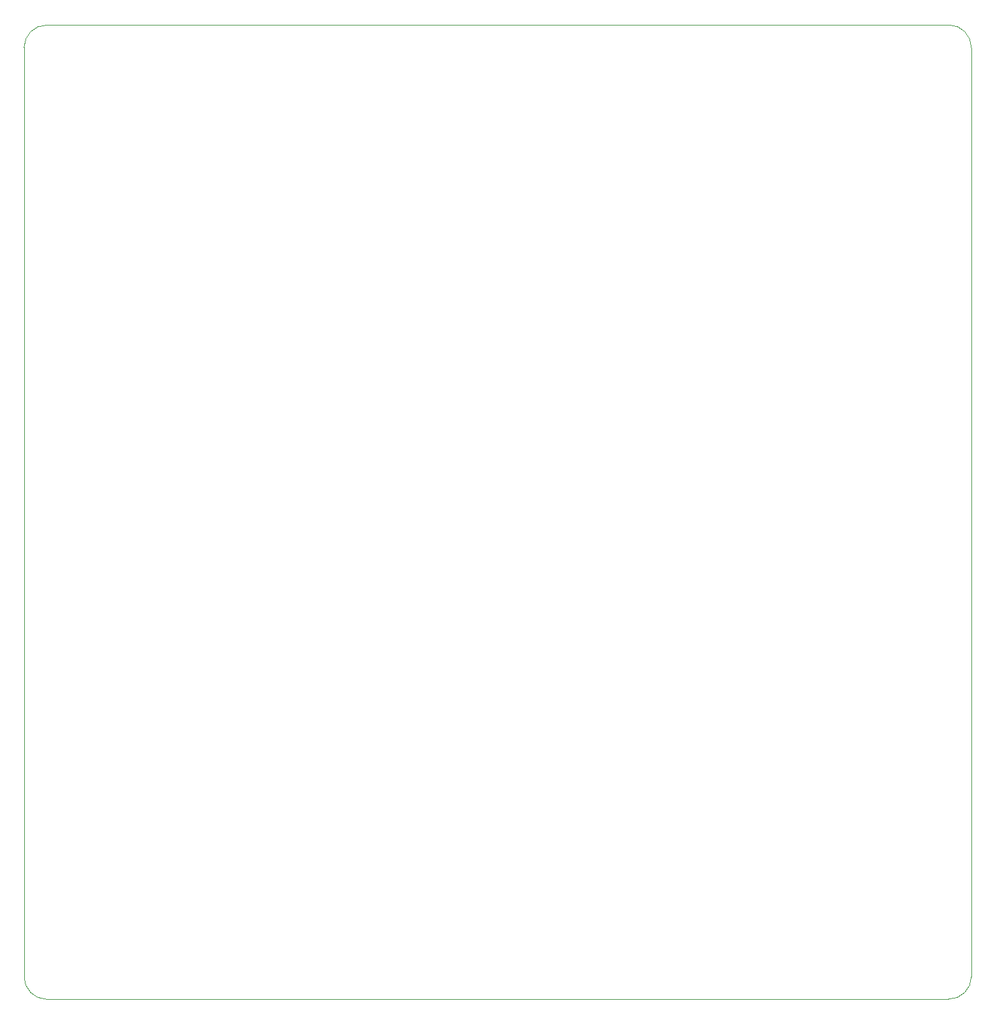
<source format=gbr>
%TF.GenerationSoftware,KiCad,Pcbnew,7.0.7*%
%TF.CreationDate,2024-05-22T00:05:12+09:00*%
%TF.ProjectId,hmproto34,686d7072-6f74-46f3-9334-2e6b69636164,rev?*%
%TF.SameCoordinates,Original*%
%TF.FileFunction,Profile,NP*%
%FSLAX46Y46*%
G04 Gerber Fmt 4.6, Leading zero omitted, Abs format (unit mm)*
G04 Created by KiCad (PCBNEW 7.0.7) date 2024-05-22 00:05:12*
%MOMM*%
%LPD*%
G01*
G04 APERTURE LIST*
%TA.AperFunction,Profile*%
%ADD10C,0.100000*%
%TD*%
G04 APERTURE END LIST*
D10*
X11990004Y-138370000D02*
G75*
G03*
X14960013Y-141377796I2988896J-18900D01*
G01*
X14991080Y-12016934D02*
G75*
G03*
X11983284Y-14986949I-18890J-2988906D01*
G01*
X14991080Y-12016936D02*
X134832059Y-12001211D01*
X137802088Y-15009008D02*
G75*
G03*
X134832059Y-12001211I-2988888J18908D01*
G01*
X134800992Y-141362072D02*
X14960013Y-141377797D01*
X134800992Y-141362088D02*
G75*
G03*
X137808789Y-138392059I18908J2988888D01*
G01*
X137802072Y-15009008D02*
X137808789Y-138392059D01*
X11990000Y-138370000D02*
X11983283Y-14986949D01*
M02*

</source>
